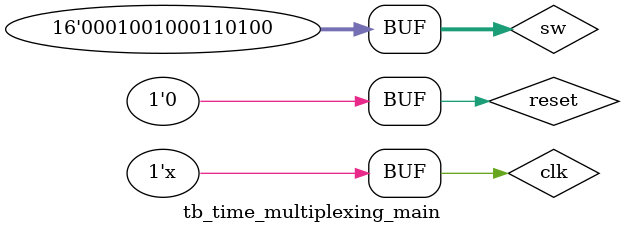
<source format=v>
`timescale 1ns / 1ps


module tb_time_multiplexing_main;

reg clk;
reg reset;
reg [15:0] sw;
wire [3:0] an;
wire [6:0] sseg;

time_multiplexing_main uut (
.clk(clk),
.reset(reset),
.sw(sw),
.an(an),
.sseg(sseg)
);

initial
begin

clk = 0;
reset = 1;

#50

reset = 0;
sw = 16'b0000000000000000;

#350

sw = 16'b1000100010001000;

#350

sw = 16'b0100001100100001;

#350

sw = 16'b0001001000110100;

end

always
#5 clk = ~clk;


endmodule

</source>
